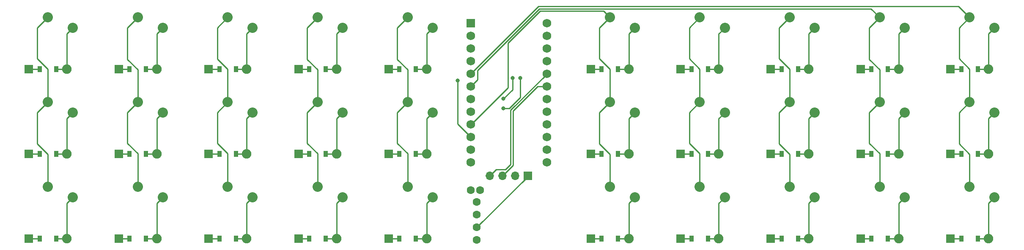
<source format=gbr>
%TF.GenerationSoftware,KiCad,Pcbnew,(6.0.4)*%
%TF.CreationDate,2022-07-04T17:45:23-04:00*%
%TF.ProjectId,satpad,73617470-6164-42e6-9b69-6361645f7063,v1.0.0*%
%TF.SameCoordinates,Original*%
%TF.FileFunction,Copper,L2,Bot*%
%TF.FilePolarity,Positive*%
%FSLAX46Y46*%
G04 Gerber Fmt 4.6, Leading zero omitted, Abs format (unit mm)*
G04 Created by KiCad (PCBNEW (6.0.4)) date 2022-07-04 17:45:23*
%MOMM*%
%LPD*%
G01*
G04 APERTURE LIST*
%TA.AperFunction,SMDPad,CuDef*%
%ADD10R,0.900000X1.200000*%
%TD*%
%TA.AperFunction,ComponentPad*%
%ADD11C,1.905000*%
%TD*%
%TA.AperFunction,ComponentPad*%
%ADD12R,1.778000X1.778000*%
%TD*%
%TA.AperFunction,ComponentPad*%
%ADD13C,2.032000*%
%TD*%
%TA.AperFunction,ComponentPad*%
%ADD14R,1.752600X1.752600*%
%TD*%
%TA.AperFunction,ComponentPad*%
%ADD15C,1.752600*%
%TD*%
%TA.AperFunction,ComponentPad*%
%ADD16C,1.600000*%
%TD*%
%TA.AperFunction,ComponentPad*%
%ADD17R,1.700000X1.700000*%
%TD*%
%TA.AperFunction,ComponentPad*%
%ADD18O,1.700000X1.700000*%
%TD*%
%TA.AperFunction,ViaPad*%
%ADD19C,0.800000*%
%TD*%
%TA.AperFunction,Conductor*%
%ADD20C,0.250000*%
%TD*%
G04 APERTURE END LIST*
D10*
%TO.P,D9,1*%
%TO.N,P14*%
X34350000Y29500000D03*
D11*
%TO.N,three_top*%
X39810000Y29500000D03*
D10*
%TO.P,D9,2*%
X37650000Y29500000D03*
D12*
%TO.N,P14*%
X32190000Y29500000D03*
%TD*%
D13*
%TO.P,S12,1*%
%TO.N,four_top*%
X59000000Y37800000D03*
%TO.P,S12,2*%
%TO.N,P18*%
X54000000Y39900000D03*
%TD*%
%TO.P,S7,1*%
%TO.N,three_bottom*%
X41000000Y3800000D03*
%TO.P,S7,2*%
%TO.N,P19*%
X36000000Y5900000D03*
%TD*%
%TO.P,S4,1*%
%TO.N,two_bottom*%
X23000000Y3800000D03*
%TO.P,S4,2*%
%TO.N,P20*%
X18000000Y5900000D03*
%TD*%
D11*
%TO.P,D1,1*%
%TO.N,one_bottom*%
X3810000Y-4500000D03*
D10*
%TO.N,P10*%
X-1650000Y-4500000D03*
D12*
%TO.P,D1,2*%
X-3810000Y-4500000D03*
D10*
%TO.N,one_bottom*%
X1650000Y-4500000D03*
%TD*%
D13*
%TO.P,S23,1*%
%TO.N,nine_home*%
X153500000Y20800000D03*
%TO.P,S23,2*%
%TO.N,P19*%
X148500000Y22900000D03*
%TD*%
D11*
%TO.P,D5,1*%
%TO.N,two_home*%
X21810000Y12500000D03*
D10*
%TO.N,P16*%
X16350000Y12500000D03*
%TO.P,D5,2*%
%TO.N,two_home*%
X19650000Y12500000D03*
D12*
%TO.N,P16*%
X14190000Y12500000D03*
%TD*%
D10*
%TO.P,D11,1*%
%TO.N,P16*%
X52350000Y12500000D03*
D11*
%TO.N,four_home*%
X57810000Y12500000D03*
D10*
%TO.P,D11,2*%
X55650000Y12500000D03*
D12*
%TO.N,P16*%
X50190000Y12500000D03*
%TD*%
D13*
%TO.P,S9,1*%
%TO.N,three_top*%
X41000000Y37800000D03*
%TO.P,S9,2*%
%TO.N,P19*%
X36000000Y39900000D03*
%TD*%
%TO.P,S8,1*%
%TO.N,three_home*%
X41000000Y20800000D03*
%TO.P,S8,2*%
%TO.N,P19*%
X36000000Y22900000D03*
%TD*%
%TO.P,S17,1*%
%TO.N,seven_home*%
X117500000Y20800000D03*
%TO.P,S17,2*%
%TO.N,P15*%
X112500000Y22900000D03*
%TD*%
D10*
%TO.P,D30,1*%
%TO.N,P1*%
X182850000Y29500000D03*
D11*
%TO.N,eleven_top*%
X188310000Y29500000D03*
D12*
%TO.P,D30,2*%
%TO.N,P1*%
X180690000Y29500000D03*
D10*
%TO.N,eleven_top*%
X186150000Y29500000D03*
%TD*%
D11*
%TO.P,D19,1*%
%TO.N,eight_bottom*%
X134310000Y-4500000D03*
D10*
%TO.N,P4*%
X128850000Y-4500000D03*
%TO.P,D19,2*%
%TO.N,eight_bottom*%
X132150000Y-4500000D03*
D12*
%TO.N,P4*%
X126690000Y-4500000D03*
%TD*%
D10*
%TO.P,D10,1*%
%TO.N,P10*%
X52350000Y-4500000D03*
D11*
%TO.N,four_bottom*%
X57810000Y-4500000D03*
D12*
%TO.P,D10,2*%
%TO.N,P10*%
X50190000Y-4500000D03*
D10*
%TO.N,four_bottom*%
X55650000Y-4500000D03*
%TD*%
%TO.P,D8,1*%
%TO.N,P16*%
X34350000Y12500000D03*
D11*
%TO.N,three_home*%
X39810000Y12500000D03*
D10*
%TO.P,D8,2*%
X37650000Y12500000D03*
D12*
%TO.N,P16*%
X32190000Y12500000D03*
%TD*%
D11*
%TO.P,D26,1*%
%TO.N,ten_home*%
X170310000Y12500000D03*
D10*
%TO.N,P0*%
X164850000Y12500000D03*
%TO.P,D26,2*%
%TO.N,ten_home*%
X168150000Y12500000D03*
D12*
%TO.N,P0*%
X162690000Y12500000D03*
%TD*%
D13*
%TO.P,S3,1*%
%TO.N,one_top*%
X5000000Y37800000D03*
%TO.P,S3,2*%
%TO.N,P21*%
X0Y39900000D03*
%TD*%
D11*
%TO.P,D25,1*%
%TO.N,ten_bottom*%
X170310000Y-4500000D03*
D10*
%TO.N,P4*%
X164850000Y-4500000D03*
%TO.P,D25,2*%
%TO.N,ten_bottom*%
X168150000Y-4500000D03*
D12*
%TO.N,P4*%
X162690000Y-4500000D03*
%TD*%
D14*
%TO.P,MCU1,1*%
%TO.N,RAW*%
X84630000Y38720000D03*
D15*
%TO.P,MCU1,2*%
%TO.N,GND*%
X84630000Y36180000D03*
%TO.P,MCU1,3*%
%TO.N,RST*%
X84630000Y33640000D03*
%TO.P,MCU1,4*%
%TO.N,VCC*%
X84630000Y31100000D03*
%TO.P,MCU1,5*%
%TO.N,P21*%
X84630000Y28560000D03*
%TO.P,MCU1,6*%
%TO.N,P20*%
X84630000Y26020000D03*
%TO.P,MCU1,7*%
%TO.N,P19*%
X84630000Y23480000D03*
%TO.P,MCU1,8*%
%TO.N,P18*%
X84630000Y20940000D03*
%TO.P,MCU1,9*%
%TO.N,P15*%
X84630000Y18400000D03*
%TO.P,MCU1,10*%
%TO.N,P14*%
X84630000Y15860000D03*
%TO.P,MCU1,11*%
%TO.N,P16*%
X84630000Y13320000D03*
%TO.P,MCU1,12*%
%TO.N,P10*%
X84630000Y10780000D03*
%TO.P,MCU1,13*%
%TO.N,P1*%
X99870000Y38720000D03*
%TO.P,MCU1,14*%
%TO.N,P0*%
X99870000Y36180000D03*
%TO.P,MCU1,15*%
%TO.N,GND*%
X99870000Y33640000D03*
%TO.P,MCU1,16*%
X99870000Y31100000D03*
%TO.P,MCU1,17*%
%TO.N,P2*%
X99870000Y28560000D03*
%TO.P,MCU1,18*%
%TO.N,P3*%
X99870000Y26020000D03*
%TO.P,MCU1,19*%
%TO.N,P4*%
X99870000Y23480000D03*
%TO.P,MCU1,20*%
%TO.N,P5*%
X99870000Y20940000D03*
%TO.P,MCU1,21*%
%TO.N,P6*%
X99870000Y18400000D03*
%TO.P,MCU1,22*%
%TO.N,P7*%
X99870000Y15860000D03*
%TO.P,MCU1,23*%
%TO.N,P8*%
X99870000Y13320000D03*
%TO.P,MCU1,24*%
%TO.N,P9*%
X99870000Y10780000D03*
%TD*%
D13*
%TO.P,S15,1*%
%TO.N,five_top*%
X77000000Y37800000D03*
%TO.P,S15,2*%
%TO.N,P15*%
X72000000Y39900000D03*
%TD*%
D10*
%TO.P,D4,1*%
%TO.N,P10*%
X16350000Y-4500000D03*
D11*
%TO.N,two_bottom*%
X21810000Y-4500000D03*
D10*
%TO.P,D4,2*%
X19650000Y-4500000D03*
D12*
%TO.N,P10*%
X14190000Y-4500000D03*
%TD*%
D10*
%TO.P,D7,1*%
%TO.N,P10*%
X34350000Y-4500000D03*
D11*
%TO.N,three_bottom*%
X39810000Y-4500000D03*
D10*
%TO.P,D7,2*%
X37650000Y-4500000D03*
D12*
%TO.N,P10*%
X32190000Y-4500000D03*
%TD*%
D13*
%TO.P,S30,1*%
%TO.N,eleven_top*%
X189500000Y37800000D03*
%TO.P,S30,2*%
%TO.N,P21*%
X184500000Y39900000D03*
%TD*%
%TO.P,S2,1*%
%TO.N,one_home*%
X5000000Y20800000D03*
%TO.P,S2,2*%
%TO.N,P21*%
X0Y22900000D03*
%TD*%
D10*
%TO.P,D17,1*%
%TO.N,P0*%
X110850000Y12500000D03*
D11*
%TO.N,seven_home*%
X116310000Y12500000D03*
D10*
%TO.P,D17,2*%
X114150000Y12500000D03*
D12*
%TO.N,P0*%
X108690000Y12500000D03*
%TD*%
D16*
%TO.P,REF\u002A\u002A,A*%
%TO.N,P8*%
X85875000Y2810000D03*
%TO.P,REF\u002A\u002A,B*%
%TO.N,P9*%
X85875000Y270000D03*
%TO.P,REF\u002A\u002A,C*%
%TO.N,GND*%
X85875000Y-2270000D03*
%TO.P,REF\u002A\u002A,D*%
%TO.N,N/C*%
X85875000Y-4810000D03*
%TO.P,REF\u002A\u002A,S1*%
%TO.N,P6*%
X84650000Y5200000D03*
%TO.P,REF\u002A\u002A,S2*%
%TO.N,P7*%
X86500000Y5200000D03*
%TD*%
D11*
%TO.P,D13,1*%
%TO.N,five_bottom*%
X75810000Y-4500000D03*
D10*
%TO.N,P10*%
X70350000Y-4500000D03*
D12*
%TO.P,D13,2*%
X68190000Y-4500000D03*
D10*
%TO.N,five_bottom*%
X73650000Y-4500000D03*
%TD*%
D13*
%TO.P,S18,1*%
%TO.N,seven_top*%
X117500000Y37800000D03*
%TO.P,S18,2*%
%TO.N,P15*%
X112500000Y39900000D03*
%TD*%
D10*
%TO.P,D14,1*%
%TO.N,P16*%
X70350000Y12500000D03*
D11*
%TO.N,five_home*%
X75810000Y12500000D03*
D10*
%TO.P,D14,2*%
X73650000Y12500000D03*
D12*
%TO.N,P16*%
X68190000Y12500000D03*
%TD*%
D13*
%TO.P,S6,1*%
%TO.N,two_top*%
X23000000Y37800000D03*
%TO.P,S6,2*%
%TO.N,P20*%
X18000000Y39900000D03*
%TD*%
D10*
%TO.P,D16,1*%
%TO.N,P4*%
X110850000Y-4500000D03*
D11*
%TO.N,seven_bottom*%
X116310000Y-4500000D03*
D10*
%TO.P,D16,2*%
X114150000Y-4500000D03*
D12*
%TO.N,P4*%
X108690000Y-4500000D03*
%TD*%
D13*
%TO.P,S16,1*%
%TO.N,seven_bottom*%
X117500000Y3800000D03*
%TO.P,S16,2*%
%TO.N,P15*%
X112500000Y5900000D03*
%TD*%
%TO.P,S25,1*%
%TO.N,ten_bottom*%
X171500000Y3800000D03*
%TO.P,S25,2*%
%TO.N,P20*%
X166500000Y5900000D03*
%TD*%
%TO.P,S19,1*%
%TO.N,eight_bottom*%
X135500000Y3800000D03*
%TO.P,S19,2*%
%TO.N,P18*%
X130500000Y5900000D03*
%TD*%
D11*
%TO.P,D24,1*%
%TO.N,nine_top*%
X152310000Y29500000D03*
D10*
%TO.N,P1*%
X146850000Y29500000D03*
%TO.P,D24,2*%
%TO.N,nine_top*%
X150150000Y29500000D03*
D12*
%TO.N,P1*%
X144690000Y29500000D03*
%TD*%
D13*
%TO.P,S24,1*%
%TO.N,nine_top*%
X153500000Y37800000D03*
%TO.P,S24,2*%
%TO.N,P19*%
X148500000Y39900000D03*
%TD*%
%TO.P,S29,1*%
%TO.N,eleven_home*%
X189500000Y20800000D03*
%TO.P,S29,2*%
%TO.N,P21*%
X184500000Y22900000D03*
%TD*%
D10*
%TO.P,D21,1*%
%TO.N,P1*%
X128850000Y29500000D03*
D11*
%TO.N,eight_top*%
X134310000Y29500000D03*
D10*
%TO.P,D21,2*%
X132150000Y29500000D03*
D12*
%TO.N,P1*%
X126690000Y29500000D03*
%TD*%
D13*
%TO.P,S13,1*%
%TO.N,five_bottom*%
X77000000Y3800000D03*
%TO.P,S13,2*%
%TO.N,P15*%
X72000000Y5900000D03*
%TD*%
D10*
%TO.P,D29,1*%
%TO.N,P0*%
X182850000Y12500000D03*
D11*
%TO.N,eleven_home*%
X188310000Y12500000D03*
D10*
%TO.P,D29,2*%
X186150000Y12500000D03*
D12*
%TO.N,P0*%
X180690000Y12500000D03*
%TD*%
D13*
%TO.P,S26,1*%
%TO.N,ten_home*%
X171500000Y20800000D03*
%TO.P,S26,2*%
%TO.N,P20*%
X166500000Y22900000D03*
%TD*%
D11*
%TO.P,D20,1*%
%TO.N,eight_home*%
X134310000Y12500000D03*
D10*
%TO.N,P0*%
X128850000Y12500000D03*
%TO.P,D20,2*%
%TO.N,eight_home*%
X132150000Y12500000D03*
D12*
%TO.N,P0*%
X126690000Y12500000D03*
%TD*%
D13*
%TO.P,S21,1*%
%TO.N,eight_top*%
X135500000Y37800000D03*
%TO.P,S21,2*%
%TO.N,P18*%
X130500000Y39900000D03*
%TD*%
%TO.P,S20,1*%
%TO.N,eight_home*%
X135500000Y20800000D03*
%TO.P,S20,2*%
%TO.N,P18*%
X130500000Y22900000D03*
%TD*%
D11*
%TO.P,D15,1*%
%TO.N,five_top*%
X75810000Y29500000D03*
D10*
%TO.N,P14*%
X70350000Y29500000D03*
%TO.P,D15,2*%
%TO.N,five_top*%
X73650000Y29500000D03*
D12*
%TO.N,P14*%
X68190000Y29500000D03*
%TD*%
D13*
%TO.P,S5,1*%
%TO.N,two_home*%
X23000000Y20800000D03*
%TO.P,S5,2*%
%TO.N,P20*%
X18000000Y22900000D03*
%TD*%
D10*
%TO.P,D22,1*%
%TO.N,P4*%
X146850000Y-4500000D03*
D11*
%TO.N,nine_bottom*%
X152310000Y-4500000D03*
D10*
%TO.P,D22,2*%
X150150000Y-4500000D03*
D12*
%TO.N,P4*%
X144690000Y-4500000D03*
%TD*%
D13*
%TO.P,S1,1*%
%TO.N,one_bottom*%
X5000000Y3800000D03*
%TO.P,S1,2*%
%TO.N,P21*%
X0Y5900000D03*
%TD*%
D17*
%TO.P,OLED1,1*%
%TO.N,GND*%
X96050000Y8100000D03*
D18*
%TO.P,OLED1,2*%
%TO.N,VCC*%
X93510000Y8100000D03*
%TO.P,OLED1,3*%
%TO.N,P3*%
X90970000Y8100000D03*
%TO.P,OLED1,4*%
%TO.N,P2*%
X88430000Y8100000D03*
%TD*%
D10*
%TO.P,D28,1*%
%TO.N,P4*%
X182850000Y-4500000D03*
D11*
%TO.N,eleven_bottom*%
X188310000Y-4500000D03*
D10*
%TO.P,D28,2*%
X186150000Y-4500000D03*
D12*
%TO.N,P4*%
X180690000Y-4500000D03*
%TD*%
D10*
%TO.P,D6,1*%
%TO.N,P14*%
X16350000Y29500000D03*
D11*
%TO.N,two_top*%
X21810000Y29500000D03*
D10*
%TO.P,D6,2*%
X19650000Y29500000D03*
D12*
%TO.N,P14*%
X14190000Y29500000D03*
%TD*%
D13*
%TO.P,S27,1*%
%TO.N,ten_top*%
X171500000Y37800000D03*
%TO.P,S27,2*%
%TO.N,P20*%
X166500000Y39900000D03*
%TD*%
%TO.P,S22,1*%
%TO.N,nine_bottom*%
X153500000Y3800000D03*
%TO.P,S22,2*%
%TO.N,P19*%
X148500000Y5900000D03*
%TD*%
D11*
%TO.P,D18,1*%
%TO.N,seven_top*%
X116310000Y29500000D03*
D10*
%TO.N,P1*%
X110850000Y29500000D03*
%TO.P,D18,2*%
%TO.N,seven_top*%
X114150000Y29500000D03*
D12*
%TO.N,P1*%
X108690000Y29500000D03*
%TD*%
D13*
%TO.P,S11,1*%
%TO.N,four_home*%
X59000000Y20800000D03*
%TO.P,S11,2*%
%TO.N,P18*%
X54000000Y22900000D03*
%TD*%
%TO.P,S10,1*%
%TO.N,four_bottom*%
X59000000Y3800000D03*
%TO.P,S10,2*%
%TO.N,P18*%
X54000000Y5900000D03*
%TD*%
D10*
%TO.P,D23,1*%
%TO.N,P0*%
X146850000Y12500000D03*
D11*
%TO.N,nine_home*%
X152310000Y12500000D03*
D12*
%TO.P,D23,2*%
%TO.N,P0*%
X144690000Y12500000D03*
D10*
%TO.N,nine_home*%
X150150000Y12500000D03*
%TD*%
D11*
%TO.P,D2,1*%
%TO.N,one_home*%
X3810000Y12500000D03*
D10*
%TO.N,P16*%
X-1650000Y12500000D03*
%TO.P,D2,2*%
%TO.N,one_home*%
X1650000Y12500000D03*
D12*
%TO.N,P16*%
X-3810000Y12500000D03*
%TD*%
D13*
%TO.P,S14,1*%
%TO.N,five_home*%
X77000000Y20800000D03*
%TO.P,S14,2*%
%TO.N,P15*%
X72000000Y22900000D03*
%TD*%
D10*
%TO.P,D27,1*%
%TO.N,P1*%
X164850000Y29500000D03*
D11*
%TO.N,ten_top*%
X170310000Y29500000D03*
D12*
%TO.P,D27,2*%
%TO.N,P1*%
X162690000Y29500000D03*
D10*
%TO.N,ten_top*%
X168150000Y29500000D03*
%TD*%
D13*
%TO.P,S28,1*%
%TO.N,eleven_bottom*%
X189500000Y3800000D03*
%TO.P,S28,2*%
%TO.N,P21*%
X184500000Y5900000D03*
%TD*%
D10*
%TO.P,D3,1*%
%TO.N,P14*%
X-1650000Y29500000D03*
D11*
%TO.N,one_top*%
X3810000Y29500000D03*
D10*
%TO.P,D3,2*%
X1650000Y29500000D03*
D12*
%TO.N,P14*%
X-3810000Y29500000D03*
%TD*%
D10*
%TO.P,D12,1*%
%TO.N,P14*%
X52350000Y29500000D03*
D11*
%TO.N,four_top*%
X57810000Y29500000D03*
D12*
%TO.P,D12,2*%
%TO.N,P14*%
X50190000Y29500000D03*
D10*
%TO.N,four_top*%
X55650000Y29500000D03*
%TD*%
D19*
%TO.N,P14*%
X82000000Y27200000D03*
%TO.N,P19*%
X91200000Y23600000D03*
X93000000Y27700000D03*
%TO.N,P18*%
X91200000Y21600000D03*
X94522701Y27700000D03*
%TD*%
D20*
%TO.N,one_bottom*%
X1650000Y-4500000D02*
X3810000Y-4500000D01*
X3810000Y2610000D02*
X3810000Y-4500000D01*
X5000000Y3800000D02*
X3810000Y2610000D01*
%TO.N,P21*%
X182410979Y31638043D02*
X184500000Y29549022D01*
X182410979Y20810979D02*
X182410979Y14489021D01*
X182410979Y37810979D02*
X182410979Y31638043D01*
X-2089021Y20810979D02*
X-2089021Y14489021D01*
X84630000Y28560000D02*
X98170000Y42100000D01*
X0Y12400000D02*
X0Y5900000D01*
X-2089021Y31638043D02*
X0Y29549022D01*
X184500000Y29549022D02*
X184500000Y22900000D01*
X184500000Y39900000D02*
X182410979Y37810979D01*
X0Y22900000D02*
X-2089021Y20810979D01*
X98170000Y42100000D02*
X182300000Y42100000D01*
X184500000Y12400000D02*
X184500000Y5900000D01*
X184500000Y22900000D02*
X182410979Y20810979D01*
X0Y29549022D02*
X0Y22900000D01*
X182410979Y14489021D02*
X184500000Y12400000D01*
X-2089021Y37810979D02*
X-2089021Y31638043D01*
X182300000Y42100000D02*
X184500000Y39900000D01*
X-2089021Y14489021D02*
X0Y12400000D01*
X0Y39900000D02*
X-2089021Y37810979D01*
%TO.N,P10*%
X50190000Y-4500000D02*
X52350000Y-4500000D01*
X14190000Y-4500000D02*
X16350000Y-4500000D01*
X32190000Y-4500000D02*
X34350000Y-4500000D01*
X-3810000Y-4500000D02*
X-1650000Y-4500000D01*
X68190000Y-4500000D02*
X70350000Y-4500000D01*
%TO.N,one_home*%
X3810000Y19610000D02*
X3810000Y12500000D01*
X1650000Y12500000D02*
X3810000Y12500000D01*
X5000000Y20800000D02*
X3810000Y19610000D01*
%TO.N,P16*%
X14190000Y12500000D02*
X16350000Y12500000D01*
X68190000Y12500000D02*
X70350000Y12500000D01*
X50190000Y12500000D02*
X52350000Y12500000D01*
X-3810000Y12500000D02*
X-1650000Y12500000D01*
X32190000Y12500000D02*
X34350000Y12500000D01*
%TO.N,one_top*%
X5000000Y37800000D02*
X3810000Y36610000D01*
X3810000Y36610000D02*
X3810000Y29500000D01*
X1650000Y29500000D02*
X3810000Y29500000D01*
%TO.N,P14*%
X-3810000Y29500000D02*
X-1650000Y29500000D01*
X82000000Y27200000D02*
X82000000Y18490000D01*
X68190000Y29500000D02*
X70350000Y29500000D01*
X14190000Y29500000D02*
X16350000Y29500000D01*
X50190000Y29500000D02*
X52350000Y29500000D01*
X32190000Y29500000D02*
X34350000Y29500000D01*
X82000000Y18490000D02*
X84630000Y15860000D01*
%TO.N,two_bottom*%
X23000000Y3800000D02*
X21810000Y2610000D01*
X21810000Y2610000D02*
X21810000Y-4500000D01*
X19650000Y-4500000D02*
X21810000Y-4500000D01*
%TO.N,P20*%
X166500000Y39900000D02*
X164410979Y37810979D01*
X18000000Y39900000D02*
X15910979Y37810979D01*
X164410979Y31489021D02*
X166500000Y29400000D01*
X18000000Y29400000D02*
X18000000Y22900000D01*
X86000000Y27390000D02*
X84630000Y26020000D01*
X166500000Y29400000D02*
X166500000Y22900000D01*
X164410979Y37810979D02*
X164410979Y31489021D01*
X166500000Y12549022D02*
X166500000Y5900000D01*
X164410979Y14638043D02*
X166500000Y12549022D01*
X15910979Y14638043D02*
X18000000Y12549022D01*
X166500000Y39900000D02*
X164749520Y41650480D01*
X15910979Y20810979D02*
X15910979Y14638043D01*
X18000000Y22900000D02*
X15910979Y20810979D01*
X15910979Y31489021D02*
X18000000Y29400000D01*
X166500000Y22900000D02*
X164410979Y20810979D01*
X164410979Y20810979D02*
X164410979Y14638043D01*
X15910979Y37810979D02*
X15910979Y31489021D01*
X86000000Y29294282D02*
X86000000Y27390000D01*
X98356198Y41650480D02*
X86000000Y29294282D01*
X164749520Y41650480D02*
X98356198Y41650480D01*
X18000000Y12549022D02*
X18000000Y5900000D01*
%TO.N,two_home*%
X21810000Y19610000D02*
X21810000Y12500000D01*
X23000000Y20800000D02*
X21810000Y19610000D01*
X19650000Y12500000D02*
X21810000Y12500000D01*
%TO.N,two_top*%
X21810000Y36610000D02*
X21810000Y29500000D01*
X23000000Y37800000D02*
X21810000Y36610000D01*
X19650000Y29500000D02*
X21810000Y29500000D01*
%TO.N,three_bottom*%
X37650000Y-4500000D02*
X39810000Y-4500000D01*
X41000000Y3800000D02*
X39810000Y2610000D01*
X39810000Y2610000D02*
X39810000Y-4500000D01*
%TO.N,P19*%
X36000000Y22900000D02*
X33910979Y20810979D01*
X33910979Y37810979D02*
X33910979Y31589021D01*
X148500000Y12400000D02*
X148500000Y5900000D01*
X36000000Y39900000D02*
X33910979Y37810979D01*
X148500000Y22900000D02*
X146410979Y20810979D01*
X148500000Y29549022D02*
X148500000Y22900000D01*
X146410979Y20810979D02*
X146410979Y14489021D01*
X33910979Y20810979D02*
X33910979Y14638043D01*
X93000000Y25400000D02*
X91200000Y23600000D01*
X36000000Y12549022D02*
X36000000Y5900000D01*
X93000000Y27700000D02*
X93000000Y25400000D01*
X146410979Y31638043D02*
X148500000Y29549022D01*
X146410979Y14489021D02*
X148500000Y12400000D01*
X148500000Y39900000D02*
X146410979Y37810979D01*
X36000000Y29500000D02*
X36000000Y22900000D01*
X33910979Y14638043D02*
X36000000Y12549022D01*
X146410979Y37810979D02*
X146410979Y31638043D01*
X33910979Y31589021D02*
X36000000Y29500000D01*
%TO.N,three_home*%
X41000000Y20800000D02*
X39810000Y19610000D01*
X37650000Y12500000D02*
X39810000Y12500000D01*
X39810000Y19610000D02*
X39810000Y12500000D01*
%TO.N,three_top*%
X41000000Y37800000D02*
X39810000Y36610000D01*
X37650000Y29500000D02*
X39810000Y29500000D01*
X39810000Y36610000D02*
X39810000Y29500000D01*
%TO.N,four_bottom*%
X57810000Y2610000D02*
X57810000Y-4500000D01*
X55650000Y-4500000D02*
X57810000Y-4500000D01*
X59000000Y3800000D02*
X57810000Y2610000D01*
%TO.N,P18*%
X54000000Y12549022D02*
X54000000Y5900000D01*
X130500000Y29549022D02*
X130500000Y22900000D01*
X54000000Y22900000D02*
X51910979Y20810979D01*
X54000000Y39900000D02*
X51910979Y37810979D01*
X128410979Y37810979D02*
X128410979Y31638043D01*
X128410979Y31638043D02*
X130500000Y29549022D01*
X128410979Y20810979D02*
X128410979Y14638043D01*
X94522701Y23803419D02*
X92319282Y21600000D01*
X94522701Y27700000D02*
X94522701Y23803419D01*
X51910979Y37810979D02*
X51910979Y31489021D01*
X92319282Y21600000D02*
X91200000Y21600000D01*
X54000000Y29400000D02*
X54000000Y22900000D01*
X51910979Y20810979D02*
X51910979Y14638043D01*
X51910979Y31489021D02*
X54000000Y29400000D01*
X130500000Y12549022D02*
X130500000Y5900000D01*
X130500000Y22900000D02*
X128410979Y20810979D01*
X130500000Y39900000D02*
X128410979Y37810979D01*
X128410979Y14638043D02*
X130500000Y12549022D01*
X51910979Y14638043D02*
X54000000Y12549022D01*
%TO.N,four_home*%
X57810000Y19610000D02*
X57810000Y12500000D01*
X59000000Y20800000D02*
X57810000Y19610000D01*
X55650000Y12500000D02*
X57810000Y12500000D01*
%TO.N,four_top*%
X59000000Y37800000D02*
X57810000Y36610000D01*
X55650000Y29500000D02*
X57810000Y29500000D01*
X57810000Y36610000D02*
X57810000Y29500000D01*
%TO.N,five_bottom*%
X75810000Y2610000D02*
X75810000Y-4500000D01*
X73650000Y-4500000D02*
X75810000Y-4500000D01*
X77000000Y3800000D02*
X75810000Y2610000D01*
%TO.N,P15*%
X112500000Y39900000D02*
X110410979Y37810979D01*
X92100000Y25800000D02*
X84700000Y18400000D01*
X72000000Y22900000D02*
X69910979Y20810979D01*
X69910979Y14638043D02*
X72000000Y12549022D01*
X84700000Y18400000D02*
X84630000Y18400000D01*
X69910979Y31489021D02*
X72000000Y29400000D01*
X112500000Y12400000D02*
X112500000Y5900000D01*
X110410979Y20810979D02*
X110410979Y14489021D01*
X112500000Y39900000D02*
X111199040Y41200960D01*
X72000000Y29400000D02*
X72000000Y22900000D01*
X110410979Y14489021D02*
X112500000Y12400000D01*
X111199040Y41200960D02*
X98542396Y41200960D01*
X72000000Y39900000D02*
X69910979Y37810979D01*
X92100000Y34758564D02*
X92100000Y25800000D01*
X112500000Y29549022D02*
X112500000Y22900000D01*
X110410979Y31638043D02*
X112500000Y29549022D01*
X110410979Y37810979D02*
X110410979Y31638043D01*
X69910979Y20810979D02*
X69910979Y14638043D01*
X69910979Y37810979D02*
X69910979Y31489021D01*
X72000000Y12549022D02*
X72000000Y5900000D01*
X98542396Y41200960D02*
X92100000Y34758564D01*
X112500000Y22900000D02*
X110410979Y20810979D01*
%TO.N,five_home*%
X75810000Y19610000D02*
X75810000Y12500000D01*
X77000000Y20800000D02*
X75810000Y19610000D01*
X73650000Y12500000D02*
X75810000Y12500000D01*
%TO.N,five_top*%
X73650000Y29500000D02*
X75810000Y29500000D01*
X75810000Y36610000D02*
X75810000Y29500000D01*
X77000000Y37800000D02*
X75810000Y36610000D01*
%TO.N,seven_bottom*%
X116310000Y2610000D02*
X116310000Y-4500000D01*
X114150000Y-4500000D02*
X116310000Y-4500000D01*
X117500000Y3800000D02*
X116310000Y2610000D01*
%TO.N,P4*%
X126690000Y-4500000D02*
X128850000Y-4500000D01*
X144690000Y-4500000D02*
X146850000Y-4500000D01*
X162690000Y-4500000D02*
X164850000Y-4500000D01*
X180690000Y-4500000D02*
X182850000Y-4500000D01*
X108690000Y-4500000D02*
X110850000Y-4500000D01*
%TO.N,seven_home*%
X116310000Y19610000D02*
X116310000Y12500000D01*
X117500000Y20800000D02*
X116310000Y19610000D01*
X116310000Y12500000D02*
X114150000Y12500000D01*
%TO.N,P0*%
X146850000Y12500000D02*
X144690000Y12500000D01*
X110850000Y12500000D02*
X108690000Y12500000D01*
X182850000Y12500000D02*
X180690000Y12500000D01*
X128850000Y12500000D02*
X126690000Y12500000D01*
X164850000Y12500000D02*
X162690000Y12500000D01*
%TO.N,seven_top*%
X116310000Y36610000D02*
X116310000Y29500000D01*
X117500000Y37800000D02*
X116310000Y36610000D01*
X114150000Y29500000D02*
X116310000Y29500000D01*
%TO.N,P1*%
X108690000Y29500000D02*
X110850000Y29500000D01*
X180690000Y29500000D02*
X182850000Y29500000D01*
X162690000Y29500000D02*
X164850000Y29500000D01*
X126690000Y29500000D02*
X128850000Y29500000D01*
X144690000Y29500000D02*
X146850000Y29500000D01*
%TO.N,eight_bottom*%
X132150000Y-4500000D02*
X134310000Y-4500000D01*
X135500000Y3800000D02*
X134310000Y2610000D01*
X134310000Y2610000D02*
X134310000Y-4500000D01*
%TO.N,eight_home*%
X134310000Y12500000D02*
X132150000Y12500000D01*
X134310000Y19610000D02*
X134310000Y12500000D01*
X135500000Y20800000D02*
X134310000Y19610000D01*
%TO.N,eight_top*%
X132150000Y29500000D02*
X134310000Y29500000D01*
X134310000Y36610000D02*
X134310000Y29500000D01*
X135500000Y37800000D02*
X134310000Y36610000D01*
%TO.N,nine_bottom*%
X150150000Y-4500000D02*
X152310000Y-4500000D01*
X153500000Y3800000D02*
X152310000Y2610000D01*
X152310000Y2610000D02*
X152310000Y-4500000D01*
%TO.N,nine_home*%
X152310000Y19610000D02*
X152310000Y12500000D01*
X152310000Y12500000D02*
X150150000Y12500000D01*
X153500000Y20800000D02*
X152310000Y19610000D01*
%TO.N,nine_top*%
X152310000Y36610000D02*
X152310000Y29500000D01*
X153500000Y37800000D02*
X152310000Y36610000D01*
X150150000Y29500000D02*
X152310000Y29500000D01*
%TO.N,ten_bottom*%
X170310000Y2610000D02*
X170310000Y-4500000D01*
X168150000Y-4500000D02*
X170310000Y-4500000D01*
X171500000Y3800000D02*
X170310000Y2610000D01*
%TO.N,ten_home*%
X170310000Y19610000D02*
X170310000Y12500000D01*
X171500000Y20800000D02*
X170310000Y19610000D01*
X170310000Y12500000D02*
X168150000Y12500000D01*
%TO.N,ten_top*%
X168150000Y29500000D02*
X170310000Y29500000D01*
X170310000Y36610000D02*
X170310000Y29500000D01*
X171500000Y37800000D02*
X170310000Y36610000D01*
%TO.N,eleven_bottom*%
X188310000Y2610000D02*
X188310000Y-4500000D01*
X189500000Y3800000D02*
X188310000Y2610000D01*
X186150000Y-4500000D02*
X188310000Y-4500000D01*
%TO.N,eleven_home*%
X188310000Y12500000D02*
X186150000Y12500000D01*
X189500000Y20800000D02*
X188310000Y19610000D01*
X188310000Y19610000D02*
X188310000Y12500000D01*
%TO.N,eleven_top*%
X186150000Y29500000D02*
X188310000Y29500000D01*
X189500000Y37800000D02*
X188310000Y36610000D01*
X188310000Y36610000D02*
X188310000Y29500000D01*
%TO.N,GND*%
X85875000Y-2270000D02*
X96050000Y7905000D01*
X96050000Y7905000D02*
X96050000Y8100000D01*
%TO.N,P2*%
X89700000Y9400000D02*
X91634282Y9400000D01*
X88430000Y8100000D02*
X88430000Y8130000D01*
X92650480Y10416198D02*
X92650480Y21295480D01*
X92650480Y21295480D02*
X99870000Y28515000D01*
X91634282Y9400000D02*
X92650480Y10416198D01*
X88430000Y8130000D02*
X89700000Y9400000D01*
X99870000Y28515000D02*
X99870000Y28560000D01*
%TO.N,P3*%
X90970000Y8100000D02*
X93100000Y10230000D01*
X98010718Y26020000D02*
X99870000Y26020000D01*
X93100000Y10230000D02*
X93100000Y21109282D01*
X93100000Y21109282D02*
X98010718Y26020000D01*
%TD*%
M02*

</source>
